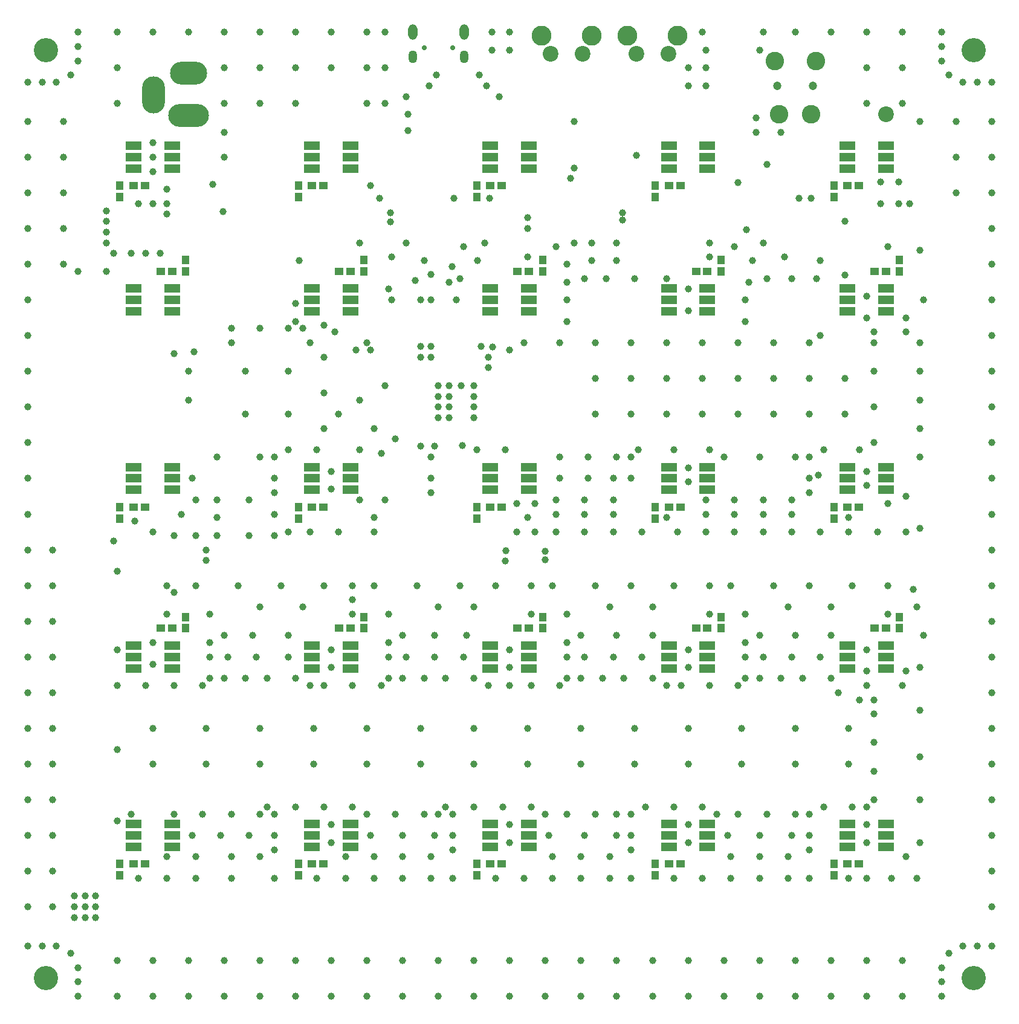
<source format=gbs>
G04 #@! TF.GenerationSoftware,KiCad,Pcbnew,(5.0.0)*
G04 #@! TF.CreationDate,2018-09-01T12:46:00+09:00*
G04 #@! TF.ProjectId,LED_Board,4C45445F426F6172642E6B696361645F,rev?*
G04 #@! TF.SameCoordinates,PX4c4b400PY1312d00*
G04 #@! TF.FileFunction,Soldermask,Bot*
G04 #@! TF.FilePolarity,Negative*
%FSLAX46Y46*%
G04 Gerber Fmt 4.6, Leading zero omitted, Abs format (unit mm)*
G04 Created by KiCad (PCBNEW (5.0.0)) date 09/01/18 12:46:00*
%MOMM*%
%LPD*%
G01*
G04 APERTURE LIST*
%ADD10C,3.400000*%
%ADD11R,2.200000X1.200000*%
%ADD12R,1.200000X1.100000*%
%ADD13C,0.700000*%
%ADD14O,1.250000X1.800000*%
%ADD15O,1.290000X2.200000*%
%ADD16O,5.200000X3.200000*%
%ADD17O,5.700000X3.200000*%
%ADD18O,3.200000X5.200000*%
%ADD19C,2.600000*%
%ADD20C,1.200000*%
%ADD21R,1.100000X1.200000*%
%ADD22C,2.200000*%
%ADD23C,2.800000*%
%ADD24C,1.000000*%
G04 APERTURE END LIST*
D10*
G04 #@! TO.C,*
X5000000Y-135000000D03*
G04 #@! TD*
D11*
G04 #@! TO.C,LED8*
X67300000Y-41600000D03*
X67300000Y-40000000D03*
X67300000Y-38400000D03*
X72700000Y-41600000D03*
X72700000Y-40000000D03*
X72700000Y-38400000D03*
G04 #@! TD*
D12*
G04 #@! TO.C,C26*
X118900000Y-24000000D03*
X117300000Y-24000000D03*
G04 #@! TD*
G04 #@! TO.C,C27*
X93900000Y-24000000D03*
X92300000Y-24000000D03*
G04 #@! TD*
G04 #@! TO.C,C28*
X68900000Y-24000000D03*
X67300000Y-24000000D03*
G04 #@! TD*
G04 #@! TO.C,C29*
X43900000Y-24000000D03*
X42300000Y-24000000D03*
G04 #@! TD*
G04 #@! TO.C,C30*
X18900000Y-24000000D03*
X17300000Y-24000000D03*
G04 #@! TD*
G04 #@! TO.C,C31*
X21100000Y-36000000D03*
X22700000Y-36000000D03*
G04 #@! TD*
G04 #@! TO.C,C32*
X46100000Y-36000000D03*
X47700000Y-36000000D03*
G04 #@! TD*
G04 #@! TO.C,C33*
X71100000Y-36000000D03*
X72700000Y-36000000D03*
G04 #@! TD*
G04 #@! TO.C,C34*
X96100000Y-36000000D03*
X97700000Y-36000000D03*
G04 #@! TD*
G04 #@! TO.C,C35*
X121100000Y-36000000D03*
X122700000Y-36000000D03*
G04 #@! TD*
G04 #@! TO.C,C36*
X118900000Y-69000000D03*
X117300000Y-69000000D03*
G04 #@! TD*
G04 #@! TO.C,C37*
X93900000Y-69000000D03*
X92300000Y-69000000D03*
G04 #@! TD*
G04 #@! TO.C,C38*
X68900000Y-69000000D03*
X67300000Y-69000000D03*
G04 #@! TD*
G04 #@! TO.C,C39*
X43900000Y-69000000D03*
X42300000Y-69000000D03*
G04 #@! TD*
G04 #@! TO.C,C40*
X18900000Y-69000000D03*
X17300000Y-69000000D03*
G04 #@! TD*
G04 #@! TO.C,C41*
X21100000Y-86000000D03*
X22700000Y-86000000D03*
G04 #@! TD*
G04 #@! TO.C,C42*
X46100000Y-86000000D03*
X47700000Y-86000000D03*
G04 #@! TD*
G04 #@! TO.C,C43*
X71100000Y-86000000D03*
X72700000Y-86000000D03*
G04 #@! TD*
G04 #@! TO.C,C44*
X96100000Y-86000000D03*
X97700000Y-86000000D03*
G04 #@! TD*
G04 #@! TO.C,C45*
X121100000Y-86000000D03*
X122700000Y-86000000D03*
G04 #@! TD*
G04 #@! TO.C,C46*
X118900000Y-119000000D03*
X117300000Y-119000000D03*
G04 #@! TD*
G04 #@! TO.C,C47*
X93900000Y-119000000D03*
X92300000Y-119000000D03*
G04 #@! TD*
G04 #@! TO.C,C48*
X68900000Y-119000000D03*
X67300000Y-119000000D03*
G04 #@! TD*
G04 #@! TO.C,C49*
X43900000Y-119000000D03*
X42300000Y-119000000D03*
G04 #@! TD*
G04 #@! TO.C,C50*
X18900000Y-119000000D03*
X17300000Y-119000000D03*
G04 #@! TD*
D13*
G04 #@! TO.C,CN2*
X62000000Y-4650000D03*
X58000000Y-4650000D03*
D14*
X63600000Y-5950000D03*
X56400000Y-5950000D03*
D15*
X63600000Y-2500000D03*
X56400000Y-2500000D03*
G04 #@! TD*
D16*
G04 #@! TO.C,J1*
X25000000Y-8200000D03*
D17*
X25000000Y-14200000D03*
D18*
X20100000Y-11250000D03*
G04 #@! TD*
D19*
G04 #@! TO.C,J2*
X112900000Y-6500000D03*
X107100000Y-6500000D03*
D20*
X112500000Y-10000000D03*
X107500000Y-10000000D03*
D19*
X112250000Y-14000000D03*
X107750000Y-14000000D03*
G04 #@! TD*
D11*
G04 #@! TO.C,LED1*
X122700000Y-18400000D03*
X122700000Y-20000000D03*
X122700000Y-21600000D03*
X117300000Y-18400000D03*
X117300000Y-20000000D03*
X117300000Y-21600000D03*
G04 #@! TD*
G04 #@! TO.C,LED2*
X97700000Y-18400000D03*
X97700000Y-20000000D03*
X97700000Y-21600000D03*
X92300000Y-18400000D03*
X92300000Y-20000000D03*
X92300000Y-21600000D03*
G04 #@! TD*
G04 #@! TO.C,LED3*
X72700000Y-18400000D03*
X72700000Y-20000000D03*
X72700000Y-21600000D03*
X67300000Y-18400000D03*
X67300000Y-20000000D03*
X67300000Y-21600000D03*
G04 #@! TD*
G04 #@! TO.C,LED4*
X47700000Y-18400000D03*
X47700000Y-20000000D03*
X47700000Y-21600000D03*
X42300000Y-18400000D03*
X42300000Y-20000000D03*
X42300000Y-21600000D03*
G04 #@! TD*
G04 #@! TO.C,LED5*
X22700000Y-18400000D03*
X22700000Y-20000000D03*
X22700000Y-21600000D03*
X17300000Y-18400000D03*
X17300000Y-20000000D03*
X17300000Y-21600000D03*
G04 #@! TD*
G04 #@! TO.C,LED6*
X17300000Y-41600000D03*
X17300000Y-40000000D03*
X17300000Y-38400000D03*
X22700000Y-41600000D03*
X22700000Y-40000000D03*
X22700000Y-38400000D03*
G04 #@! TD*
G04 #@! TO.C,LED7*
X42300000Y-41600000D03*
X42300000Y-40000000D03*
X42300000Y-38400000D03*
X47700000Y-41600000D03*
X47700000Y-40000000D03*
X47700000Y-38400000D03*
G04 #@! TD*
G04 #@! TO.C,LED9*
X92300000Y-41600000D03*
X92300000Y-40000000D03*
X92300000Y-38400000D03*
X97700000Y-41600000D03*
X97700000Y-40000000D03*
X97700000Y-38400000D03*
G04 #@! TD*
G04 #@! TO.C,LED10*
X117300000Y-41600000D03*
X117300000Y-40000000D03*
X117300000Y-38400000D03*
X122700000Y-41600000D03*
X122700000Y-40000000D03*
X122700000Y-38400000D03*
G04 #@! TD*
G04 #@! TO.C,LED11*
X122700000Y-63400000D03*
X122700000Y-65000000D03*
X122700000Y-66600000D03*
X117300000Y-63400000D03*
X117300000Y-65000000D03*
X117300000Y-66600000D03*
G04 #@! TD*
G04 #@! TO.C,LED12*
X97700000Y-63400000D03*
X97700000Y-65000000D03*
X97700000Y-66600000D03*
X92300000Y-63400000D03*
X92300000Y-65000000D03*
X92300000Y-66600000D03*
G04 #@! TD*
G04 #@! TO.C,LED13*
X72700000Y-63400000D03*
X72700000Y-65000000D03*
X72700000Y-66600000D03*
X67300000Y-63400000D03*
X67300000Y-65000000D03*
X67300000Y-66600000D03*
G04 #@! TD*
G04 #@! TO.C,LED14*
X47700000Y-63400000D03*
X47700000Y-65000000D03*
X47700000Y-66600000D03*
X42300000Y-63400000D03*
X42300000Y-65000000D03*
X42300000Y-66600000D03*
G04 #@! TD*
G04 #@! TO.C,LED15*
X22700000Y-63400000D03*
X22700000Y-65000000D03*
X22700000Y-66600000D03*
X17300000Y-63400000D03*
X17300000Y-65000000D03*
X17300000Y-66600000D03*
G04 #@! TD*
G04 #@! TO.C,LED16*
X17300000Y-91600000D03*
X17300000Y-90000000D03*
X17300000Y-88400000D03*
X22700000Y-91600000D03*
X22700000Y-90000000D03*
X22700000Y-88400000D03*
G04 #@! TD*
G04 #@! TO.C,LED17*
X42300000Y-91600000D03*
X42300000Y-90000000D03*
X42300000Y-88400000D03*
X47700000Y-91600000D03*
X47700000Y-90000000D03*
X47700000Y-88400000D03*
G04 #@! TD*
G04 #@! TO.C,LED18*
X67300000Y-91600000D03*
X67300000Y-90000000D03*
X67300000Y-88400000D03*
X72700000Y-91600000D03*
X72700000Y-90000000D03*
X72700000Y-88400000D03*
G04 #@! TD*
G04 #@! TO.C,LED19*
X92300000Y-91600000D03*
X92300000Y-90000000D03*
X92300000Y-88400000D03*
X97700000Y-91600000D03*
X97700000Y-90000000D03*
X97700000Y-88400000D03*
G04 #@! TD*
G04 #@! TO.C,LED20*
X117300000Y-91600000D03*
X117300000Y-90000000D03*
X117300000Y-88400000D03*
X122700000Y-91600000D03*
X122700000Y-90000000D03*
X122700000Y-88400000D03*
G04 #@! TD*
G04 #@! TO.C,LED21*
X122700000Y-113400000D03*
X122700000Y-115000000D03*
X122700000Y-116600000D03*
X117300000Y-113400000D03*
X117300000Y-115000000D03*
X117300000Y-116600000D03*
G04 #@! TD*
G04 #@! TO.C,LED22*
X97700000Y-113400000D03*
X97700000Y-115000000D03*
X97700000Y-116600000D03*
X92300000Y-113400000D03*
X92300000Y-115000000D03*
X92300000Y-116600000D03*
G04 #@! TD*
G04 #@! TO.C,LED23*
X72700000Y-113400000D03*
X72700000Y-115000000D03*
X72700000Y-116600000D03*
X67300000Y-113400000D03*
X67300000Y-115000000D03*
X67300000Y-116600000D03*
G04 #@! TD*
G04 #@! TO.C,LED24*
X47700000Y-113400000D03*
X47700000Y-115000000D03*
X47700000Y-116600000D03*
X42300000Y-113400000D03*
X42300000Y-115000000D03*
X42300000Y-116600000D03*
G04 #@! TD*
G04 #@! TO.C,LED25*
X22700000Y-113400000D03*
X22700000Y-115000000D03*
X22700000Y-116600000D03*
X17300000Y-113400000D03*
X17300000Y-115000000D03*
X17300000Y-116600000D03*
G04 #@! TD*
D21*
G04 #@! TO.C,R37*
X115400000Y-24000000D03*
X115400000Y-25600000D03*
G04 #@! TD*
G04 #@! TO.C,R38*
X90400000Y-24000000D03*
X90400000Y-25600000D03*
G04 #@! TD*
G04 #@! TO.C,R39*
X65400000Y-24000000D03*
X65400000Y-25600000D03*
G04 #@! TD*
G04 #@! TO.C,R40*
X40400000Y-24000000D03*
X40400000Y-25600000D03*
G04 #@! TD*
G04 #@! TO.C,R41*
X15400000Y-24000000D03*
X15400000Y-25600000D03*
G04 #@! TD*
G04 #@! TO.C,R42*
X24600000Y-36000000D03*
X24600000Y-34400000D03*
G04 #@! TD*
G04 #@! TO.C,R43*
X49600000Y-36000000D03*
X49600000Y-34400000D03*
G04 #@! TD*
G04 #@! TO.C,R44*
X74600000Y-36000000D03*
X74600000Y-34400000D03*
G04 #@! TD*
G04 #@! TO.C,R45*
X99600000Y-36000000D03*
X99600000Y-34400000D03*
G04 #@! TD*
G04 #@! TO.C,R46*
X124600000Y-36000000D03*
X124600000Y-34400000D03*
G04 #@! TD*
G04 #@! TO.C,R47*
X115400000Y-69000000D03*
X115400000Y-70600000D03*
G04 #@! TD*
G04 #@! TO.C,R48*
X90400000Y-69000000D03*
X90400000Y-70600000D03*
G04 #@! TD*
G04 #@! TO.C,R49*
X65400000Y-69000000D03*
X65400000Y-70600000D03*
G04 #@! TD*
G04 #@! TO.C,R50*
X40400000Y-69000000D03*
X40400000Y-70600000D03*
G04 #@! TD*
G04 #@! TO.C,R51*
X15400000Y-69000000D03*
X15400000Y-70600000D03*
G04 #@! TD*
G04 #@! TO.C,R52*
X24600000Y-86000000D03*
X24600000Y-84400000D03*
G04 #@! TD*
G04 #@! TO.C,R53*
X49600000Y-86000000D03*
X49600000Y-84400000D03*
G04 #@! TD*
G04 #@! TO.C,R54*
X74600000Y-86000000D03*
X74600000Y-84400000D03*
G04 #@! TD*
G04 #@! TO.C,R55*
X99600000Y-86000000D03*
X99600000Y-84400000D03*
G04 #@! TD*
G04 #@! TO.C,R56*
X124600000Y-86000000D03*
X124600000Y-84400000D03*
G04 #@! TD*
G04 #@! TO.C,R57*
X115400000Y-119000000D03*
X115400000Y-120600000D03*
G04 #@! TD*
G04 #@! TO.C,R58*
X90400000Y-119000000D03*
X90400000Y-120600000D03*
G04 #@! TD*
G04 #@! TO.C,R59*
X65400000Y-119000000D03*
X65400000Y-120600000D03*
G04 #@! TD*
G04 #@! TO.C,R60*
X40400000Y-119000000D03*
X40400000Y-120600000D03*
G04 #@! TD*
G04 #@! TO.C,R61*
X15400000Y-119000000D03*
X15400000Y-120600000D03*
G04 #@! TD*
D22*
G04 #@! TO.C,SW1*
X75750000Y-5500000D03*
X80250000Y-5500000D03*
D23*
X74500000Y-3000000D03*
X81500000Y-3000000D03*
G04 #@! TD*
D22*
G04 #@! TO.C,SW2*
X87750000Y-5500000D03*
X92250000Y-5500000D03*
D23*
X86500000Y-3000000D03*
X93500000Y-3000000D03*
G04 #@! TD*
D10*
G04 #@! TO.C,*
X5000000Y-5000000D03*
G04 #@! TD*
G04 #@! TO.C,*
X135000000Y-5000000D03*
G04 #@! TD*
G04 #@! TO.C,*
X135000000Y-135000000D03*
G04 #@! TD*
D22*
G04 #@! TO.C,*
X122750000Y-14000000D03*
G04 #@! TD*
D24*
X27500000Y-76500000D03*
X59000000Y-67000000D03*
X52500000Y-68000000D03*
X53500000Y-34000000D03*
X117000000Y-29000000D03*
X103200000Y-30200000D03*
X69400000Y-76600000D03*
X69440000Y-75100000D03*
X75000000Y-76400000D03*
X75000000Y-75200000D03*
X27500000Y-75000000D03*
X53300000Y-29100000D03*
X53300000Y-27800000D03*
X72500000Y-28500000D03*
X72500000Y-30000000D03*
X9000000Y-123500000D03*
X10500000Y-123500000D03*
X12000000Y-123500000D03*
X9000000Y-125000000D03*
X10500000Y-125000000D03*
X12000000Y-125000000D03*
X12000000Y-126500000D03*
X10500000Y-126500000D03*
X9000000Y-126500000D03*
X85800000Y-28800000D03*
X85800000Y-27800000D03*
X58000000Y-34500000D03*
X60000000Y-56500000D03*
X61500000Y-56500000D03*
X21000000Y-33500000D03*
X19000000Y-33500000D03*
X17000000Y-33500000D03*
X13500000Y-27500000D03*
X13500000Y-29000000D03*
X13500000Y-30500000D03*
X13500000Y-32000000D03*
X14500000Y-33500000D03*
X77000000Y-65000000D03*
X81000000Y-65000000D03*
X84500000Y-65000000D03*
X120000000Y-89000000D03*
X120000000Y-92000000D03*
X48000000Y-80000000D03*
X38000000Y-80000000D03*
X32000000Y-80000000D03*
X26000000Y-80000000D03*
X48000000Y-82000000D03*
X48000000Y-84000000D03*
X28000000Y-88000000D03*
X30000000Y-87000000D03*
X34000000Y-87000000D03*
X39000000Y-87000000D03*
X20000000Y-88000000D03*
X20000000Y-91000000D03*
X15000000Y-89000000D03*
X22000000Y-84000000D03*
X15000000Y-78000000D03*
X60000000Y-52000000D03*
X61500000Y-52000000D03*
X61500000Y-53500000D03*
X61500000Y-55000000D03*
X60000000Y-55000000D03*
X60000000Y-53500000D03*
X65000000Y-52000000D03*
X65000000Y-53500000D03*
X65000000Y-55000000D03*
X65000000Y-56500000D03*
X66000000Y-46500000D03*
X67600000Y-46600000D03*
X67000000Y-48000000D03*
X67000000Y-49500000D03*
X98000000Y-32000000D03*
X98000000Y-34000000D03*
X76500000Y-32500000D03*
X79000000Y-32000000D03*
X81500000Y-32000000D03*
X85000000Y-32000000D03*
X78000000Y-35000000D03*
X78000000Y-37500000D03*
X80500000Y-37000000D03*
X83500000Y-37000000D03*
X87500000Y-37000000D03*
X92000000Y-37000000D03*
X95000000Y-38500000D03*
X95000000Y-41500000D03*
X101500000Y-32500000D03*
X105500000Y-32000000D03*
X120000000Y-39500000D03*
X120000000Y-42500000D03*
X117000000Y-36500000D03*
X113000000Y-37000000D03*
X109500000Y-37000000D03*
X106000000Y-37000000D03*
X103500000Y-37500000D03*
X123000000Y-32500000D03*
X104000000Y-34500000D03*
X122000000Y-23500000D03*
X124500000Y-23500000D03*
X122000000Y-26500000D03*
X124500000Y-26500000D03*
X117500000Y-70500000D03*
X117500000Y-72500000D03*
X127500000Y-72000000D03*
X127500000Y-62000000D03*
X127500000Y-58000000D03*
X127500000Y-54000000D03*
X127500000Y-50000000D03*
X127500000Y-46000000D03*
X128000000Y-40000000D03*
X127500000Y-33000000D03*
X125500000Y-42500000D03*
X120000000Y-64000000D03*
X120000000Y-66000000D03*
X113500000Y-72500000D03*
X95000000Y-63500000D03*
X95000000Y-65500000D03*
X73500000Y-68500000D03*
X72500000Y-70500000D03*
X73500000Y-72500000D03*
X71000000Y-72500000D03*
X71000000Y-68500000D03*
X45000000Y-64000000D03*
X45000000Y-66500000D03*
X49000000Y-68000000D03*
X51000000Y-70500000D03*
X42000000Y-72500000D03*
X46000000Y-72500000D03*
X51000000Y-72500000D03*
X29000000Y-68000000D03*
X33500000Y-68000000D03*
X37000000Y-67000000D03*
X37000000Y-70000000D03*
X29000000Y-70500000D03*
X29000000Y-73000000D03*
X33500000Y-73000000D03*
X37000000Y-73000000D03*
X39000000Y-72500000D03*
X26000000Y-68000000D03*
X24000000Y-70000000D03*
X26000000Y-73000000D03*
X23000000Y-73000000D03*
X17500000Y-71000000D03*
X20000000Y-72500000D03*
X18000000Y-26500000D03*
X20000000Y-26500000D03*
X22000000Y-26500000D03*
X22000000Y-28000000D03*
X22000000Y-24500000D03*
X20000000Y-22000000D03*
X20000000Y-20000000D03*
X20000000Y-18000000D03*
X30500000Y-90000000D03*
X34500000Y-90000000D03*
X39000000Y-90000000D03*
X45000000Y-91500000D03*
X45000000Y-89000000D03*
X55500000Y-90000000D03*
X59500000Y-90000000D03*
X63500000Y-90000000D03*
X70000000Y-89000000D03*
X70000000Y-91500000D03*
X80500000Y-90000000D03*
X84500000Y-90000000D03*
X88500000Y-90000000D03*
X95000000Y-89000000D03*
X95000000Y-91500000D03*
X105500000Y-90000000D03*
X109500000Y-90000000D03*
X113500000Y-90000000D03*
X120000000Y-113500000D03*
X120000000Y-116000000D03*
X117500000Y-121000000D03*
X125500000Y-118000000D03*
X127000000Y-121000000D03*
X123500000Y-121000000D03*
X100500000Y-115000000D03*
X105000000Y-115000000D03*
X109500000Y-115000000D03*
X95000000Y-113500000D03*
X95000000Y-116000000D03*
X93000000Y-121000000D03*
X101000000Y-121000000D03*
X105000000Y-121000000D03*
X109000000Y-121000000D03*
X112000000Y-121000000D03*
X112000000Y-117000000D03*
X109000000Y-118000000D03*
X105000000Y-118000000D03*
X101000000Y-118000000D03*
X75500000Y-115000000D03*
X80500000Y-115000000D03*
X85000000Y-115000000D03*
X70000000Y-113500000D03*
X70000000Y-116000000D03*
X68000000Y-121000000D03*
X76000000Y-121000000D03*
X80000000Y-121000000D03*
X84000000Y-121000000D03*
X87000000Y-121000000D03*
X84000000Y-118000000D03*
X80000000Y-118000000D03*
X76000000Y-118000000D03*
X50500000Y-115000000D03*
X55000000Y-115000000D03*
X59500000Y-115000000D03*
X45000000Y-113500000D03*
X45000000Y-116000000D03*
X43000000Y-121000000D03*
X51000000Y-121000000D03*
X55000000Y-121000000D03*
X59000000Y-121000000D03*
X62000000Y-121000000D03*
X59000000Y-118000000D03*
X55000000Y-118000000D03*
X51000000Y-118000000D03*
X47000000Y-118000000D03*
X25500000Y-115000000D03*
X29500000Y-115000000D03*
X33500000Y-115000000D03*
X18000000Y-121000000D03*
X22000000Y-121000000D03*
X26000000Y-121000000D03*
X31000000Y-121000000D03*
X37000000Y-121000000D03*
X35000000Y-118000000D03*
X26000000Y-118000000D03*
X22000000Y-118000000D03*
X127500000Y-116000000D03*
X127500000Y-110000000D03*
X127500000Y-104000000D03*
X127500000Y-97500000D03*
X127500000Y-91500000D03*
X125500000Y-92000000D03*
X126500000Y-80500000D03*
X127000000Y-83000000D03*
X128000000Y-87000000D03*
X51000000Y-80000000D03*
X57000000Y-80000000D03*
X73000000Y-80000000D03*
X53000000Y-84000000D03*
X63000000Y-80000000D03*
X68000000Y-80000000D03*
X73000000Y-84000000D03*
X64000000Y-87000000D03*
X59500000Y-87000000D03*
X55000000Y-87000000D03*
X53000000Y-88000000D03*
X48500000Y-47000000D03*
X50500000Y-47000000D03*
X63000000Y-37000000D03*
X65500000Y-34500000D03*
X59000000Y-36450000D03*
X57500000Y-46500000D03*
X59000000Y-46500000D03*
X59000000Y-48000000D03*
X57500000Y-48000000D03*
X57500000Y-40000000D03*
X59000000Y-40000000D03*
X62500000Y-40000000D03*
X54000000Y-59500000D03*
X52000000Y-61500000D03*
X57500000Y-60500000D03*
X59500000Y-60500000D03*
X104500000Y-16500000D03*
X104500000Y-14500000D03*
X2500000Y-15000000D03*
X2500000Y-20000000D03*
X2500000Y-25000000D03*
X2500000Y-30000000D03*
X2500000Y-35000000D03*
X2500000Y-40000000D03*
X2500000Y-45000000D03*
X2500000Y-50000000D03*
X2500000Y-55000000D03*
X2500000Y-60000000D03*
X2500000Y-65000000D03*
X2500000Y-70000000D03*
X2500000Y-75000000D03*
X2500000Y-80000000D03*
X2500000Y-85000000D03*
X2500000Y-90000000D03*
X2500000Y-95000000D03*
X2500000Y-100000000D03*
X2500000Y-105000000D03*
X2500000Y-110000000D03*
X2500000Y-115000000D03*
X2500000Y-120000000D03*
X2500000Y-125000000D03*
X15000000Y-137500000D03*
X20000000Y-137500000D03*
X25000000Y-137500000D03*
X30000000Y-137500000D03*
X35000000Y-137500000D03*
X40000000Y-137500000D03*
X45000000Y-137500000D03*
X50000000Y-137500000D03*
X55000000Y-137500000D03*
X60000000Y-137500000D03*
X65000000Y-137500000D03*
X70000000Y-137500000D03*
X75000000Y-137500000D03*
X80000000Y-137500000D03*
X85000000Y-137500000D03*
X90000000Y-137500000D03*
X95000000Y-137500000D03*
X100000000Y-137500000D03*
X105000000Y-137500000D03*
X110000000Y-137500000D03*
X115000000Y-137500000D03*
X120000000Y-137500000D03*
X125000000Y-137500000D03*
X137500000Y-125000000D03*
X137500000Y-120000000D03*
X137500000Y-115000000D03*
X137500000Y-110000000D03*
X137500000Y-105000000D03*
X137500000Y-100000000D03*
X137500000Y-95000000D03*
X137500000Y-90000000D03*
X137500000Y-85000000D03*
X137500000Y-80000000D03*
X137500000Y-75000000D03*
X137500000Y-70000000D03*
X137500000Y-65000000D03*
X137500000Y-60000000D03*
X137500000Y-55000000D03*
X137500000Y-50000000D03*
X137500000Y-45000000D03*
X137500000Y-40000000D03*
X137500000Y-35000000D03*
X137500000Y-30000000D03*
X137500000Y-25000000D03*
X137500000Y-20000000D03*
X137500000Y-15000000D03*
X125000000Y-2500000D03*
X120000000Y-2500000D03*
X115000000Y-2500000D03*
X110000000Y-2500000D03*
X105500000Y-2500000D03*
X97000000Y-2500000D03*
X15000000Y-2500000D03*
X20000000Y-2500000D03*
X25000000Y-2500000D03*
X30000000Y-2500000D03*
X35000000Y-2500000D03*
X40000000Y-2500000D03*
X45000000Y-2500000D03*
X50000000Y-2500000D03*
X67500000Y-2500000D03*
X70000000Y-2500000D03*
X52500000Y-2500000D03*
X7500000Y-15000000D03*
X7500000Y-20000000D03*
X7500000Y-25000000D03*
X7500000Y-30000000D03*
X7500000Y-35000000D03*
X6000000Y-125000000D03*
X6000000Y-120000000D03*
X6000000Y-115000000D03*
X6000000Y-110000000D03*
X6000000Y-105000000D03*
X6000000Y-100000000D03*
X6000000Y-95000000D03*
X6000000Y-90000000D03*
X6000000Y-80000000D03*
X6000000Y-85000000D03*
X6000000Y-75000000D03*
X15000000Y-132500000D03*
X20000000Y-132500000D03*
X25000000Y-132500000D03*
X30000000Y-132500000D03*
X35000000Y-132500000D03*
X40000000Y-132500000D03*
X45000000Y-132500000D03*
X50000000Y-132500000D03*
X55000000Y-132500000D03*
X60000000Y-132500000D03*
X65000000Y-132500000D03*
X70000000Y-132500000D03*
X75000000Y-132500000D03*
X80000000Y-132500000D03*
X85000000Y-132500000D03*
X90000000Y-132500000D03*
X95000000Y-132500000D03*
X100000000Y-132500000D03*
X105000000Y-132500000D03*
X110000000Y-132500000D03*
X115000000Y-132500000D03*
X120000000Y-132500000D03*
X125000000Y-132500000D03*
X132500000Y-15000000D03*
X132500000Y-20000000D03*
X132500000Y-25000000D03*
X125000000Y-7500000D03*
X125000000Y-12500000D03*
X127500000Y-15000000D03*
X120000000Y-7500000D03*
X120000000Y-12500000D03*
X105000000Y-5000000D03*
X97500000Y-5000000D03*
X97500000Y-7500000D03*
X95000000Y-7500000D03*
X95000000Y-10000000D03*
X97500000Y-10000000D03*
X67500000Y-5000000D03*
X70000000Y-5000000D03*
X30000000Y-7500000D03*
X35000000Y-7500000D03*
X40000000Y-7500000D03*
X45000000Y-7500000D03*
X50000000Y-7500000D03*
X52500000Y-7500000D03*
X52500000Y-12500000D03*
X50000000Y-12500000D03*
X40000000Y-12500000D03*
X35000000Y-12500000D03*
X30000000Y-12500000D03*
X15000000Y-7500000D03*
X15000000Y-12500000D03*
X70000000Y-47000000D03*
X15000000Y-94000000D03*
X19000000Y-94000000D03*
X23000000Y-94000000D03*
X27000000Y-94000000D03*
X30000000Y-93000000D03*
X33000000Y-93000000D03*
X36000000Y-93000000D03*
X40000000Y-93000000D03*
X42000000Y-94000000D03*
X44000000Y-94000000D03*
X48000000Y-94000000D03*
X52000000Y-94000000D03*
X55000000Y-93000000D03*
X58000000Y-93000000D03*
X61000000Y-93000000D03*
X65000000Y-93000000D03*
X67000000Y-94000000D03*
X70000000Y-94000000D03*
X73000000Y-94000000D03*
X77000000Y-94000000D03*
X80000000Y-93000000D03*
X83000000Y-93000000D03*
X86000000Y-93000000D03*
X90000000Y-93000000D03*
X92000000Y-94000000D03*
X94000000Y-94000000D03*
X98000000Y-94000000D03*
X102000000Y-94000000D03*
X105000000Y-93000000D03*
X108000000Y-93000000D03*
X111000000Y-93000000D03*
X115000000Y-93000000D03*
X116000000Y-95000000D03*
X119000000Y-96000000D03*
X121000000Y-96000000D03*
X121000000Y-98000000D03*
X121000000Y-102000000D03*
X121000000Y-106000000D03*
X121000000Y-110000000D03*
X120000000Y-111000000D03*
X118000000Y-111000000D03*
X114000000Y-111000000D03*
X110000000Y-112000000D03*
X106000000Y-112000000D03*
X102000000Y-112000000D03*
X99000000Y-112000000D03*
X97000000Y-111000000D03*
X93000000Y-111000000D03*
X89000000Y-111000000D03*
X85000000Y-112000000D03*
X82000000Y-112000000D03*
X78000000Y-112000000D03*
X75000000Y-112000000D03*
X73000000Y-111000000D03*
X69000000Y-111000000D03*
X65000000Y-111000000D03*
X61000000Y-111000000D03*
X60000000Y-112000000D03*
X58000000Y-112000000D03*
X54000000Y-112000000D03*
X50000000Y-112000000D03*
X48000000Y-111000000D03*
X44000000Y-111000000D03*
X40000000Y-111000000D03*
X36000000Y-111000000D03*
X35000000Y-112000000D03*
X31000000Y-112000000D03*
X27000000Y-112000000D03*
X23000000Y-112000000D03*
X31000000Y-44000000D03*
X35000000Y-44000000D03*
X39000000Y-44000000D03*
X41000000Y-44000000D03*
X42000000Y-46000000D03*
X44000000Y-48000000D03*
X44000000Y-53000000D03*
X44000000Y-58000000D03*
X43000000Y-61000000D03*
X39000000Y-61000000D03*
X35000000Y-62000000D03*
X29000000Y-62000000D03*
X23000000Y-47500000D03*
X25000000Y-50000000D03*
X25000000Y-54000000D03*
X25750000Y-47250000D03*
X31000000Y-46000000D03*
X62000000Y-117000000D03*
X37000000Y-117000000D03*
X87000000Y-117000000D03*
X23000000Y-81000000D03*
X44000000Y-80000000D03*
X28000000Y-84000000D03*
X76000000Y-80000000D03*
X78000000Y-84000000D03*
X78000000Y-88000000D03*
X80000000Y-87000000D03*
X85000000Y-87000000D03*
X90000000Y-87000000D03*
X98000000Y-84000000D03*
X98000000Y-80000000D03*
X93000000Y-80000000D03*
X87000000Y-80000000D03*
X82000000Y-80000000D03*
X101000000Y-80000000D03*
X103000000Y-84000000D03*
X103000000Y-88000000D03*
X105000000Y-87000000D03*
X110000000Y-87000000D03*
X115000000Y-87000000D03*
X123000000Y-84000000D03*
X123000000Y-80000000D03*
X118000000Y-80000000D03*
X112000000Y-80000000D03*
X107000000Y-80000000D03*
X97000000Y-121000000D03*
X72000000Y-121000000D03*
X120000000Y-121000000D03*
X47000000Y-121000000D03*
X31000000Y-118000000D03*
X15000000Y-113000000D03*
X17000000Y-112000000D03*
X49000000Y-61000000D03*
X51000000Y-58000000D03*
X46000000Y-56000000D03*
X49000000Y-54000000D03*
X33000000Y-50000000D03*
X33000000Y-56000000D03*
X39000000Y-56000000D03*
X39000000Y-50000000D03*
X60000000Y-83000000D03*
X65000000Y-83000000D03*
X41000000Y-83000000D03*
X35000000Y-83000000D03*
X84000000Y-83000000D03*
X90000000Y-83000000D03*
X109000000Y-83000000D03*
X115000000Y-83000000D03*
X20000000Y-100000000D03*
X27500000Y-100000000D03*
X35000000Y-100000000D03*
X42500000Y-100000000D03*
X50000000Y-100000000D03*
X57500000Y-100000000D03*
X65000000Y-100000000D03*
X72500000Y-100000000D03*
X80000000Y-100000000D03*
X87500000Y-100000000D03*
X95000000Y-100000000D03*
X102500000Y-100000000D03*
X110000000Y-100000000D03*
X117500000Y-100000000D03*
X117500000Y-105000000D03*
X110000000Y-105000000D03*
X102500000Y-105000000D03*
X95000000Y-105000000D03*
X87500000Y-105000000D03*
X80000000Y-105000000D03*
X72500000Y-105000000D03*
X65000000Y-105000000D03*
X57500000Y-105000000D03*
X50000000Y-105000000D03*
X42500000Y-105000000D03*
X35000000Y-105000000D03*
X27500000Y-105000000D03*
X20000000Y-105000000D03*
X15000000Y-103000000D03*
X8500000Y-131500000D03*
X9500000Y-133500000D03*
X9500000Y-135500000D03*
X9500000Y-137500000D03*
X6500000Y-130500000D03*
X4500000Y-130500000D03*
X2500000Y-130500000D03*
X131500000Y-131500000D03*
X133500000Y-130500000D03*
X135500000Y-130500000D03*
X137500000Y-130500000D03*
X130500000Y-133500000D03*
X130500000Y-135500000D03*
X130500000Y-137500000D03*
X131500000Y-8500000D03*
X133500000Y-9500000D03*
X135500000Y-9500000D03*
X137500000Y-9500000D03*
X130500000Y-6500000D03*
X130500000Y-4500000D03*
X130500000Y-2500000D03*
X8500000Y-8500000D03*
X9500000Y-6500000D03*
X9500000Y-4500000D03*
X9500000Y-2500000D03*
X6500000Y-9500000D03*
X4500000Y-9500000D03*
X2500000Y-9500000D03*
X72000000Y-46000000D03*
X77000000Y-46000000D03*
X82000000Y-46000000D03*
X87000000Y-46000000D03*
X92000000Y-46000000D03*
X97000000Y-46000000D03*
X102000000Y-46000000D03*
X107000000Y-46000000D03*
X112000000Y-46000000D03*
X121000000Y-46000000D03*
X121000000Y-50000000D03*
X121000000Y-55000000D03*
X121000000Y-60000000D03*
X119000000Y-61000000D03*
X114000000Y-61000000D03*
X110000000Y-62000000D03*
X105000000Y-62000000D03*
X100000000Y-62000000D03*
X98000000Y-61000000D03*
X93000000Y-61000000D03*
X88000000Y-61000000D03*
X85000000Y-62000000D03*
X81000000Y-62000000D03*
X77000000Y-62000000D03*
X82000000Y-51000000D03*
X87000000Y-51000000D03*
X92000000Y-51000000D03*
X97000000Y-51000000D03*
X102000000Y-51000000D03*
X107000000Y-51000000D03*
X112000000Y-51000000D03*
X117000000Y-51000000D03*
X117000000Y-56000000D03*
X112000000Y-56000000D03*
X107000000Y-56000000D03*
X102000000Y-56000000D03*
X97000000Y-56000000D03*
X92000000Y-56000000D03*
X87000000Y-56000000D03*
X82000000Y-56000000D03*
X88500000Y-72500000D03*
X84500000Y-72500000D03*
X80500000Y-72500000D03*
X76500000Y-72500000D03*
X76500000Y-68000000D03*
X80500000Y-68000000D03*
X84500000Y-68000000D03*
X84500000Y-70000000D03*
X80500000Y-70000000D03*
X76500000Y-70000000D03*
X109500000Y-72500000D03*
X105500000Y-72500000D03*
X101500000Y-72500000D03*
X97500000Y-72500000D03*
X93500000Y-72500000D03*
X92000000Y-70500000D03*
X97500000Y-68000000D03*
X101500000Y-68000000D03*
X105500000Y-68000000D03*
X109500000Y-68000000D03*
X109500000Y-70000000D03*
X105500000Y-70000000D03*
X101500000Y-70000000D03*
X97500000Y-70000000D03*
X121500000Y-72500000D03*
X125500000Y-72500000D03*
X125500000Y-67500000D03*
X123000000Y-68500000D03*
X81500000Y-34500000D03*
X85000000Y-34500000D03*
X113500000Y-34500000D03*
X108500000Y-34000000D03*
X66500000Y-32000000D03*
X63500000Y-32500000D03*
X72500000Y-34000000D03*
X55500000Y-32000000D03*
X44000000Y-43500000D03*
X45500000Y-44500000D03*
X14500000Y-73750000D03*
X113250000Y-64500000D03*
X112000000Y-67000000D03*
X78500000Y-23000000D03*
X87750000Y-19750000D03*
X110500000Y-25750000D03*
X55750000Y-14000000D03*
X55750000Y-16250000D03*
X51750000Y-25750000D03*
X50500000Y-24000000D03*
X40500000Y-34500000D03*
X49000000Y-32000000D03*
X55500000Y-11500000D03*
X68500000Y-11500000D03*
X101965000Y-23565000D03*
X112200000Y-25800000D03*
X69400000Y-61000000D03*
X65400000Y-61000000D03*
X63200000Y-52000000D03*
X63400000Y-60400000D03*
X106000000Y-21000000D03*
X108000000Y-16500000D03*
X52500000Y-52000000D03*
X113500000Y-45000000D03*
X126000000Y-26500000D03*
X79000000Y-21500000D03*
X79000000Y-15000000D03*
X62200000Y-25800000D03*
X67200000Y-25800000D03*
X30000000Y-20000000D03*
X30000000Y-16500000D03*
X13500000Y-36000000D03*
X9500000Y-36000000D03*
X40000000Y-40500000D03*
X40000000Y-43000000D03*
X53500000Y-40000000D03*
X50000000Y-46000000D03*
X78000000Y-40000000D03*
X78000000Y-43000000D03*
X103000000Y-43000000D03*
X103000000Y-40000000D03*
X125500000Y-44500000D03*
X121000000Y-44500000D03*
X112000000Y-65000000D03*
X112000000Y-62000000D03*
X87000000Y-65000000D03*
X87000000Y-62000000D03*
X59000000Y-65000000D03*
X59000000Y-62000000D03*
X37000000Y-65000000D03*
X37000000Y-62000000D03*
X22000000Y-80000000D03*
X25500000Y-65000000D03*
X28000000Y-90000000D03*
X28000000Y-93000000D03*
X53000000Y-93000000D03*
X53000000Y-90000000D03*
X78000000Y-93000000D03*
X78000000Y-90000000D03*
X103000000Y-93000000D03*
X103000000Y-90000000D03*
X120000000Y-94000000D03*
X125000000Y-94000000D03*
X112000000Y-112000000D03*
X112000000Y-115000000D03*
X87000000Y-115000000D03*
X87000000Y-112000000D03*
X62000000Y-115000000D03*
X62000000Y-112000000D03*
X37000000Y-115000000D03*
X37000000Y-112000000D03*
X29800000Y-27600000D03*
X28400000Y-23800000D03*
X56750000Y-37250000D03*
X61500000Y-37500000D03*
X61899999Y-35350001D03*
X53000000Y-38500000D03*
X66750000Y-10000000D03*
X58750000Y-10000000D03*
X59750000Y-8500000D03*
X65750000Y-8500000D03*
M02*

</source>
